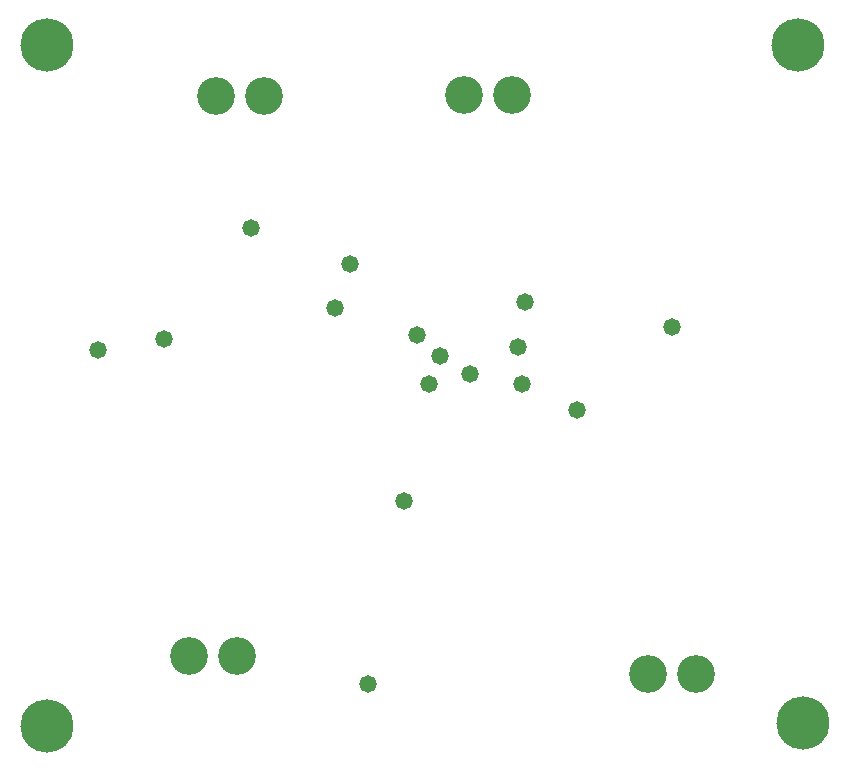
<source format=gbs>
G04*
G04 #@! TF.GenerationSoftware,Altium Limited,Altium Designer,22.1.2 (22)*
G04*
G04 Layer_Color=16711935*
%FSLAX25Y25*%
%MOIN*%
G70*
G04*
G04 #@! TF.SameCoordinates,85E22B33-0606-49F9-AEB4-7B2C3894542D*
G04*
G04*
G04 #@! TF.FilePolarity,Negative*
G04*
G01*
G75*
%ADD35C,0.17729*%
%ADD36C,0.12611*%
%ADD37C,0.05800*%
D35*
X255000Y228000D02*
D03*
X4500D02*
D03*
Y1000D02*
D03*
X256500Y2000D02*
D03*
D36*
X221000Y18500D02*
D03*
X205000D02*
D03*
X159500Y211500D02*
D03*
X143500D02*
D03*
X77000Y211000D02*
D03*
X61000D02*
D03*
X52000Y24500D02*
D03*
X68000D02*
D03*
D37*
X100500Y140500D02*
D03*
X105500Y155000D02*
D03*
X164000Y142500D02*
D03*
X163000Y115000D02*
D03*
X132000D02*
D03*
X135500Y124500D02*
D03*
X161500Y127500D02*
D03*
X145500Y118500D02*
D03*
X128000Y131500D02*
D03*
X123500Y76000D02*
D03*
X213000Y134000D02*
D03*
X181063Y106500D02*
D03*
X72500Y167000D02*
D03*
X43500Y130000D02*
D03*
X111500Y15000D02*
D03*
X21500Y126500D02*
D03*
M02*

</source>
